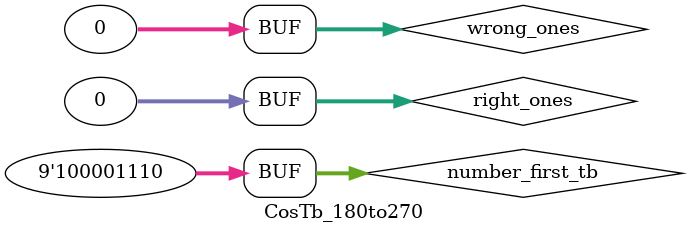
<source format=v>
`timescale 1ns / 1ps

module CosTb_180to270();

    reg [8:0]number_first_tb;
    wire whole_tb;
    wire [6:0]fraction_tb;
    wire sign_tb;
    reg [31:0]right_ones = 0;
    reg [31:0]wrong_ones = 0;
    
    Cos uut(.number_first(number_first_tb), 
            .whole(whole_tb), 
            .fraction(fraction_tb), 
            .sign(sign_tb)
            );
            
    initial begin
        number_first_tb = 180;
        //Exact Result = -1.0
        #5;
        if((whole_tb == 1)&(fraction_tb == 0)&(sign_tb == 1)) begin
            right_ones = right_ones + 1;
        end
        if((whole_tb != 1)|(fraction_tb != 0)|(sign_tb != 1)) begin
            wrong_ones = wrong_ones + 1;
        end
        #5;
        number_first_tb = 181;
        //Exact Result = -0.9998476951563913
        #5;
        if((whole_tb == 0)&(fraction_tb == 99)&(sign_tb == 1)) begin
            right_ones = right_ones + 1;
        end
        if((whole_tb != 0)|(fraction_tb != 99)|(sign_tb != 1)) begin
            wrong_ones = wrong_ones + 1;
        end
        #5;
        number_first_tb = 182;
        //Exact Result = -0.9993908270190958
        #5;
        if((whole_tb == 0)&(fraction_tb == 99)&(sign_tb == 1)) begin
            right_ones = right_ones + 1;
        end
        if((whole_tb != 0)|(fraction_tb != 99)|(sign_tb != 1)) begin
            wrong_ones = wrong_ones + 1;
        end
        #5;
        number_first_tb = 183;
        //Exact Result = -0.9986295347545738
        #5;
        if((whole_tb == 0)&(fraction_tb == 99)&(sign_tb == 1)) begin
            right_ones = right_ones + 1;
        end
        if((whole_tb != 0)|(fraction_tb != 99)|(sign_tb != 1)) begin
            wrong_ones = wrong_ones + 1;
        end
        #5;
        number_first_tb = 184;
        //Exact Result = -0.9975640502598242
        #5;
        if((whole_tb == 0)&(fraction_tb == 99)&(sign_tb == 1)) begin
            right_ones = right_ones + 1;
        end
        if((whole_tb != 0)|(fraction_tb != 99)|(sign_tb != 1)) begin
            wrong_ones = wrong_ones + 1;
        end
        #5;
        number_first_tb = 185;
        //Exact Result = -0.9961946980917455
        #5;
        if((whole_tb == 0)&(fraction_tb == 99)&(sign_tb == 1)) begin
            right_ones = right_ones + 1;
        end
        if((whole_tb != 0)|(fraction_tb != 99)|(sign_tb != 1)) begin
            wrong_ones = wrong_ones + 1;
        end
        #5;
        number_first_tb = 186;
        //Exact Result = -0.9945218953682733
        #5;
        if((whole_tb == 0)&(fraction_tb == 99)&(sign_tb == 1)) begin
            right_ones = right_ones + 1;
        end
        if((whole_tb != 0)|(fraction_tb != 99)|(sign_tb != 1)) begin
            wrong_ones = wrong_ones + 1;
        end
        #5;
        number_first_tb = 187;
        //Exact Result = -0.9925461516413221
        #5;
        if((whole_tb == 0)&(fraction_tb == 99)&(sign_tb == 1)) begin
            right_ones = right_ones + 1;
        end
        if((whole_tb != 0)|(fraction_tb != 99)|(sign_tb != 1)) begin
            wrong_ones = wrong_ones + 1;
        end
        #5;
        number_first_tb = 188;
        //Exact Result = -0.9902680687415703
        #5;
        if((whole_tb == 0)&(fraction_tb == 99)&(sign_tb == 1)) begin
            right_ones = right_ones + 1;
        end
        if((whole_tb != 0)|(fraction_tb != 99)|(sign_tb != 1)) begin
            wrong_ones = wrong_ones + 1;
        end
        #5;
        number_first_tb = 189;
        //Exact Result = -0.9876883405951378
        #5;
        if((whole_tb == 0)&(fraction_tb == 98)&(sign_tb == 1)) begin
            right_ones = right_ones + 1;
        end
        if((whole_tb != 0)|(fraction_tb != 98)|(sign_tb != 1)) begin
            wrong_ones = wrong_ones + 1;
        end
        #5;
        number_first_tb = 190;
        //Exact Result = -0.984807753012208
        #5;
        if((whole_tb == 0)&(fraction_tb == 98)&(sign_tb == 1)) begin
            right_ones = right_ones + 1;
        end
        if((whole_tb != 0)|(fraction_tb != 98)|(sign_tb != 1)) begin
            wrong_ones = wrong_ones + 1;
        end
        #5;
        number_first_tb = 191;
        //Exact Result = -0.981627183447664
        #5;
        if((whole_tb == 0)&(fraction_tb == 98)&(sign_tb == 1)) begin
            right_ones = right_ones + 1;
        end
        if((whole_tb != 0)|(fraction_tb != 98)|(sign_tb != 1)) begin
            wrong_ones = wrong_ones + 1;
        end
        #5;
        number_first_tb = 192;
        //Exact Result = -0.9781476007338056
        #5;
        if((whole_tb == 0)&(fraction_tb == 97)&(sign_tb == 1)) begin
            right_ones = right_ones + 1;
        end
        if((whole_tb != 0)|(fraction_tb != 97)|(sign_tb != 1)) begin
            wrong_ones = wrong_ones + 1;
        end
        #5;
        number_first_tb = 193;
        //Exact Result = -0.9743700647852352
        #5;
        if((whole_tb == 0)&(fraction_tb == 97)&(sign_tb == 1)) begin
            right_ones = right_ones + 1;
        end
        if((whole_tb != 0)|(fraction_tb != 97)|(sign_tb != 1)) begin
            wrong_ones = wrong_ones + 1;
        end
        #5;
        number_first_tb = 194;
        //Exact Result = -0.9702957262759965
        #5;
        if((whole_tb == 0)&(fraction_tb == 97)&(sign_tb == 1)) begin
            right_ones = right_ones + 1;
        end
        if((whole_tb != 0)|(fraction_tb != 97)|(sign_tb != 1)) begin
            wrong_ones = wrong_ones + 1;
        end
        #5;
        number_first_tb = 195;
        //Exact Result = -0.9659258262890683
        #5;
        if((whole_tb == 0)&(fraction_tb == 96)&(sign_tb == 1)) begin
            right_ones = right_ones + 1;
        end
        if((whole_tb != 0)|(fraction_tb != 96)|(sign_tb != 1)) begin
            wrong_ones = wrong_ones + 1;
        end
        #5;
        number_first_tb = 196;
        //Exact Result = -0.9612616959383189
        #5;
        if((whole_tb == 0)&(fraction_tb == 96)&(sign_tb == 1)) begin
            right_ones = right_ones + 1;
        end
        if((whole_tb != 0)|(fraction_tb != 96)|(sign_tb != 1)) begin
            wrong_ones = wrong_ones + 1;
        end
        #5;
        number_first_tb = 197;
        //Exact Result = -0.9563047559630354
        #5;
        if((whole_tb == 0)&(fraction_tb == 95)&(sign_tb == 1)) begin
            right_ones = right_ones + 1;
        end
        if((whole_tb != 0)|(fraction_tb != 95)|(sign_tb != 1)) begin
            wrong_ones = wrong_ones + 1;
        end
        #5;
        number_first_tb = 198;
        //Exact Result = -0.9510565162951536
        #5;
        if((whole_tb == 0)&(fraction_tb == 95)&(sign_tb == 1)) begin
            right_ones = right_ones + 1;
        end
        if((whole_tb != 0)|(fraction_tb != 95)|(sign_tb != 1)) begin
            wrong_ones = wrong_ones + 1;
        end
        #5;
        number_first_tb = 199;
        //Exact Result = -0.9455185755993167
        #5;
        if((whole_tb == 0)&(fraction_tb == 94)&(sign_tb == 1)) begin
            right_ones = right_ones + 1;
        end
        if((whole_tb != 0)|(fraction_tb != 94)|(sign_tb != 1)) begin
            wrong_ones = wrong_ones + 1;
        end
        #5;
        number_first_tb = 200;
        //Exact Result = -0.9396926207859084
        #5;
        if((whole_tb == 0)&(fraction_tb == 93)&(sign_tb == 1)) begin
            right_ones = right_ones + 1;
        end
        if((whole_tb != 0)|(fraction_tb != 93)|(sign_tb != 1)) begin
            wrong_ones = wrong_ones + 1;
        end
        #5;
        number_first_tb = 201;
        //Exact Result = -0.9335804264972017
        #5;
        if((whole_tb == 0)&(fraction_tb == 93)&(sign_tb == 1)) begin
            right_ones = right_ones + 1;
        end
        if((whole_tb != 0)|(fraction_tb != 93)|(sign_tb != 1)) begin
            wrong_ones = wrong_ones + 1;
        end
        #5;
        number_first_tb = 202;
        //Exact Result = -0.9271838545667874
        #5;
        if((whole_tb == 0)&(fraction_tb == 92)&(sign_tb == 1)) begin
            right_ones = right_ones + 1;
        end
        if((whole_tb != 0)|(fraction_tb != 92)|(sign_tb != 1)) begin
            wrong_ones = wrong_ones + 1;
        end
        #5;
        number_first_tb = 203;
        //Exact Result = -0.9205048534524404
        #5;
        if((whole_tb == 0)&(fraction_tb == 92)&(sign_tb == 1)) begin
            right_ones = right_ones + 1;
        end
        if((whole_tb != 0)|(fraction_tb != 92)|(sign_tb != 1)) begin
            wrong_ones = wrong_ones + 1;
        end
        #5;
        number_first_tb = 204;
        //Exact Result = -0.9135454576426009
        #5;
        if((whole_tb == 0)&(fraction_tb == 91)&(sign_tb == 1)) begin
            right_ones = right_ones + 1;
        end
        if((whole_tb != 0)|(fraction_tb != 91)|(sign_tb != 1)) begin
            wrong_ones = wrong_ones + 1;
        end
        #5;
        number_first_tb = 205;
        //Exact Result = -0.90630778703665
        #5;
        if((whole_tb == 0)&(fraction_tb == 90)&(sign_tb == 1)) begin
            right_ones = right_ones + 1;
        end
        if((whole_tb != 0)|(fraction_tb != 90)|(sign_tb != 1)) begin
            wrong_ones = wrong_ones + 1;
        end
        #5;
        number_first_tb = 206;
        //Exact Result = -0.8987940462991669
        #5;
        if((whole_tb == 0)&(fraction_tb == 89)&(sign_tb == 1)) begin
            right_ones = right_ones + 1;
        end
        if((whole_tb != 0)|(fraction_tb != 89)|(sign_tb != 1)) begin
            wrong_ones = wrong_ones + 1;
        end
        #5;
        number_first_tb = 207;
        //Exact Result = -0.8910065241883679
        #5;
        if((whole_tb == 0)&(fraction_tb == 89)&(sign_tb == 1)) begin
            right_ones = right_ones + 1;
        end
        if((whole_tb != 0)|(fraction_tb != 89)|(sign_tb != 1)) begin
            wrong_ones = wrong_ones + 1;
        end
        #5;
        number_first_tb = 208;
        //Exact Result = -0.8829475928589269
        #5;
        if((whole_tb == 0)&(fraction_tb == 88)&(sign_tb == 1)) begin
            right_ones = right_ones + 1;
        end
        if((whole_tb != 0)|(fraction_tb != 88)|(sign_tb != 1)) begin
            wrong_ones = wrong_ones + 1;
        end
        #5;
        number_first_tb = 209;
        //Exact Result = -0.8746197071393959
        #5;
        if((whole_tb == 0)&(fraction_tb == 87)&(sign_tb == 1)) begin
            right_ones = right_ones + 1;
        end
        if((whole_tb != 0)|(fraction_tb != 87)|(sign_tb != 1)) begin
            wrong_ones = wrong_ones + 1;
        end
        #5;
        number_first_tb = 210;
        //Exact Result = -0.8660254037844386
        #5;
        if((whole_tb == 0)&(fraction_tb == 86)&(sign_tb == 1)) begin
            right_ones = right_ones + 1;
        end
        if((whole_tb != 0)|(fraction_tb != 86)|(sign_tb != 1)) begin
            wrong_ones = wrong_ones + 1;
        end
        #5;
        number_first_tb = 211;
        //Exact Result = -0.8571673007021123
        #5;
        if((whole_tb == 0)&(fraction_tb == 85)&(sign_tb == 1)) begin
            right_ones = right_ones + 1;
        end
        if((whole_tb != 0)|(fraction_tb != 85)|(sign_tb != 1)) begin
            wrong_ones = wrong_ones + 1;
        end
        #5;
        number_first_tb = 212;
        //Exact Result = -0.8480480961564261
        #5;
        if((whole_tb == 0)&(fraction_tb == 84)&(sign_tb == 1)) begin
            right_ones = right_ones + 1;
        end
        if((whole_tb != 0)|(fraction_tb != 84)|(sign_tb != 1)) begin
            wrong_ones = wrong_ones + 1;
        end
        #5;
        number_first_tb = 213;
        //Exact Result = -0.838670567945424
        #5;
        if((whole_tb == 0)&(fraction_tb == 83)&(sign_tb == 1)) begin
            right_ones = right_ones + 1;
        end
        if((whole_tb != 0)|(fraction_tb != 83)|(sign_tb != 1)) begin
            wrong_ones = wrong_ones + 1;
        end
        #5;
        number_first_tb = 214;
        //Exact Result = -0.8290375725550417
        #5;
        if((whole_tb == 0)&(fraction_tb == 82)&(sign_tb == 1)) begin
            right_ones = right_ones + 1;
        end
        if((whole_tb != 0)|(fraction_tb != 82)|(sign_tb != 1)) begin
            wrong_ones = wrong_ones + 1;
        end
        #5;
        number_first_tb = 215;
        //Exact Result = -0.8191520442889918
        #5;
        if((whole_tb == 0)&(fraction_tb == 81)&(sign_tb == 1)) begin
            right_ones = right_ones + 1;
        end
        if((whole_tb != 0)|(fraction_tb != 81)|(sign_tb != 1)) begin
            wrong_ones = wrong_ones + 1;
        end
        #5;
        number_first_tb = 216;
        //Exact Result = -0.8090169943749475
        #5;
        if((whole_tb == 0)&(fraction_tb == 80)&(sign_tb == 1)) begin
            right_ones = right_ones + 1;
        end
        if((whole_tb != 0)|(fraction_tb != 80)|(sign_tb != 1)) begin
            wrong_ones = wrong_ones + 1;
        end
        #5;
        number_first_tb = 217;
        //Exact Result = -0.7986355100472928
        #5;
        if((whole_tb == 0)&(fraction_tb == 79)&(sign_tb == 1)) begin
            right_ones = right_ones + 1;
        end
        if((whole_tb != 0)|(fraction_tb != 79)|(sign_tb != 1)) begin
            wrong_ones = wrong_ones + 1;
        end
        #5;
        number_first_tb = 218;
        //Exact Result = -0.788010753606722
        #5;
        if((whole_tb == 0)&(fraction_tb == 78)&(sign_tb == 1)) begin
            right_ones = right_ones + 1;
        end
        if((whole_tb != 0)|(fraction_tb != 78)|(sign_tb != 1)) begin
            wrong_ones = wrong_ones + 1;
        end
        #5;
        number_first_tb = 219;
        //Exact Result = -0.7771459614569708
        #5;
        if((whole_tb == 0)&(fraction_tb == 77)&(sign_tb == 1)) begin
            right_ones = right_ones + 1;
        end
        if((whole_tb != 0)|(fraction_tb != 77)|(sign_tb != 1)) begin
            wrong_ones = wrong_ones + 1;
        end
        #5;
        number_first_tb = 220;
        //Exact Result = -0.766044443118978
        #5;
        if((whole_tb == 0)&(fraction_tb == 76)&(sign_tb == 1)) begin
            right_ones = right_ones + 1;
        end
        if((whole_tb != 0)|(fraction_tb != 76)|(sign_tb != 1)) begin
            wrong_ones = wrong_ones + 1;
        end
        #5;
        number_first_tb = 221;
        //Exact Result = -0.7547095802227721
        #5;
        if((whole_tb == 0)&(fraction_tb == 75)&(sign_tb == 1)) begin
            right_ones = right_ones + 1;
        end
        if((whole_tb != 0)|(fraction_tb != 75)|(sign_tb != 1)) begin
            wrong_ones = wrong_ones + 1;
        end
        #5;
        number_first_tb = 222;
        //Exact Result = -0.7431448254773942
        #5;
        if((whole_tb == 0)&(fraction_tb == 74)&(sign_tb == 1)) begin
            right_ones = right_ones + 1;
        end
        if((whole_tb != 0)|(fraction_tb != 74)|(sign_tb != 1)) begin
            wrong_ones = wrong_ones + 1;
        end
        #5;
        number_first_tb = 223;
        //Exact Result = -0.7313537016191706
        #5;
        if((whole_tb == 0)&(fraction_tb == 73)&(sign_tb == 1)) begin
            right_ones = right_ones + 1;
        end
        if((whole_tb != 0)|(fraction_tb != 73)|(sign_tb != 1)) begin
            wrong_ones = wrong_ones + 1;
        end
        #5;
        number_first_tb = 224;
        //Exact Result = -0.7193398003386511
        #5;
        if((whole_tb == 0)&(fraction_tb == 71)&(sign_tb == 1)) begin
            right_ones = right_ones + 1;
        end
        if((whole_tb != 0)|(fraction_tb != 71)|(sign_tb != 1)) begin
            wrong_ones = wrong_ones + 1;
        end
        #5;
        number_first_tb = 225;
        //Exact Result = -0.7071067811865477
        #5;
        if((whole_tb == 0)&(fraction_tb == 70)&(sign_tb == 1)) begin
            right_ones = right_ones + 1;
        end
        if((whole_tb != 0)|(fraction_tb != 70)|(sign_tb != 1)) begin
            wrong_ones = wrong_ones + 1;
        end
        #5;
        number_first_tb = 226;
        //Exact Result = -0.6946583704589973
        #5;
        if((whole_tb == 0)&(fraction_tb == 69)&(sign_tb == 1)) begin
            right_ones = right_ones + 1;
        end
        if((whole_tb != 0)|(fraction_tb != 69)|(sign_tb != 1)) begin
            wrong_ones = wrong_ones + 1;
        end
        #5;
        number_first_tb = 227;
        //Exact Result = -0.6819983600624986
        #5;
        if((whole_tb == 0)&(fraction_tb == 68)&(sign_tb == 1)) begin
            right_ones = right_ones + 1;
        end
        if((whole_tb != 0)|(fraction_tb != 68)|(sign_tb != 1)) begin
            wrong_ones = wrong_ones + 1;
        end
        #5;
        number_first_tb = 228;
        //Exact Result = -0.6691306063588581
        #5;
        if((whole_tb == 0)&(fraction_tb == 66)&(sign_tb == 1)) begin
            right_ones = right_ones + 1;
        end
        if((whole_tb != 0)|(fraction_tb != 66)|(sign_tb != 1)) begin
            wrong_ones = wrong_ones + 1;
        end
        #5;
        number_first_tb = 229;
        //Exact Result = -0.6560590289905073
        #5;
        if((whole_tb == 0)&(fraction_tb == 65)&(sign_tb == 1)) begin
            right_ones = right_ones + 1;
        end
        if((whole_tb != 0)|(fraction_tb != 65)|(sign_tb != 1)) begin
            wrong_ones = wrong_ones + 1;
        end
        #5;
        number_first_tb = 230;
        //Exact Result = -0.6427876096865395
        #5;
        if((whole_tb == 0)&(fraction_tb == 64)&(sign_tb == 1)) begin
            right_ones = right_ones + 1;
        end
        if((whole_tb != 0)|(fraction_tb != 64)|(sign_tb != 1)) begin
            wrong_ones = wrong_ones + 1;
        end
        #5;
        number_first_tb = 231;
        //Exact Result = -0.6293203910498378
        #5;
        if((whole_tb == 0)&(fraction_tb == 62)&(sign_tb == 1)) begin
            right_ones = right_ones + 1;
        end
        if((whole_tb != 0)|(fraction_tb != 62)|(sign_tb != 1)) begin
            wrong_ones = wrong_ones + 1;
        end
        #5;
        number_first_tb = 232;
        //Exact Result = -0.6156614753256581
        #5;
        if((whole_tb == 0)&(fraction_tb == 61)&(sign_tb == 1)) begin
            right_ones = right_ones + 1;
        end
        if((whole_tb != 0)|(fraction_tb != 61)|(sign_tb != 1)) begin
            wrong_ones = wrong_ones + 1;
        end
        #5;
        number_first_tb = 233;
        //Exact Result = -0.6018150231520483
        #5;
        if((whole_tb == 0)&(fraction_tb == 60)&(sign_tb == 1)) begin
            right_ones = right_ones + 1;
        end
        if((whole_tb != 0)|(fraction_tb != 60)|(sign_tb != 1)) begin
            wrong_ones = wrong_ones + 1;
        end
        #5;
        number_first_tb = 234;
        //Exact Result = -0.5877852522924732
        #5;
        if((whole_tb == 0)&(fraction_tb == 58)&(sign_tb == 1)) begin
            right_ones = right_ones + 1;
        end
        if((whole_tb != 0)|(fraction_tb != 58)|(sign_tb != 1)) begin
            wrong_ones = wrong_ones + 1;
        end
        #5;
        number_first_tb = 235;
        //Exact Result = -0.5735764363510464
        #5;
        if((whole_tb == 0)&(fraction_tb == 57)&(sign_tb == 1)) begin
            right_ones = right_ones + 1;
        end
        if((whole_tb != 0)|(fraction_tb != 57)|(sign_tb != 1)) begin
            wrong_ones = wrong_ones + 1;
        end
        #5;
        number_first_tb = 236;
        //Exact Result = -0.5591929034707466
        #5;
        if((whole_tb == 0)&(fraction_tb == 55)&(sign_tb == 1)) begin
            right_ones = right_ones + 1;
        end
        if((whole_tb != 0)|(fraction_tb != 55)|(sign_tb != 1)) begin
            wrong_ones = wrong_ones + 1;
        end
        #5;
        number_first_tb = 237;
        //Exact Result = -0.544639035015027
        #5;
        if((whole_tb == 0)&(fraction_tb == 54)&(sign_tb == 1)) begin
            right_ones = right_ones + 1;
        end
        if((whole_tb != 0)|(fraction_tb != 54)|(sign_tb != 1)) begin
            wrong_ones = wrong_ones + 1;
        end
        #5;
        number_first_tb = 238;
        //Exact Result = -0.529919264233205
        #5;
        if((whole_tb == 0)&(fraction_tb == 52)&(sign_tb == 1)) begin
            right_ones = right_ones + 1;
        end
        if((whole_tb != 0)|(fraction_tb != 52)|(sign_tb != 1)) begin
            wrong_ones = wrong_ones + 1;
        end
        #5;
        number_first_tb = 239;
        //Exact Result = -0.5150380749100544
        #5;
        if((whole_tb == 0)&(fraction_tb == 51)&(sign_tb == 1)) begin
            right_ones = right_ones + 1;
        end
        if((whole_tb != 0)|(fraction_tb != 51)|(sign_tb != 1)) begin
            wrong_ones = wrong_ones + 1;
        end
        #5;
        number_first_tb = 240;
        //Exact Result = -0.5000000000000004
        #5;
        if((whole_tb == 0)&(fraction_tb == 50)&(sign_tb == 1)) begin
            right_ones = right_ones + 1;
        end
        if((whole_tb != 0)|(fraction_tb != 50)|(sign_tb != 1)) begin
            wrong_ones = wrong_ones + 1;
        end
        #5;
        number_first_tb = 241;
        //Exact Result = -0.48480962024633684
        #5;
        if((whole_tb == 0)&(fraction_tb == 48)&(sign_tb == 1)) begin
            right_ones = right_ones + 1;
        end
        if((whole_tb != 0)|(fraction_tb != 48)|(sign_tb != 1)) begin
            wrong_ones = wrong_ones + 1;
        end
        #5;
        number_first_tb = 242;
        //Exact Result = -0.46947156278589075
        #5;
        if((whole_tb == 0)&(fraction_tb == 46)&(sign_tb == 1)) begin
            right_ones = right_ones + 1;
        end
        if((whole_tb != 0)|(fraction_tb != 46)|(sign_tb != 1)) begin
            wrong_ones = wrong_ones + 1;
        end
        #5;
        number_first_tb = 243;
        //Exact Result = -0.4539904997395469
        #5;
        if((whole_tb == 0)&(fraction_tb == 45)&(sign_tb == 1)) begin
            right_ones = right_ones + 1;
        end
        if((whole_tb != 0)|(fraction_tb != 45)|(sign_tb != 1)) begin
            wrong_ones = wrong_ones + 1;
        end
        #5;
        number_first_tb = 244;
        //Exact Result = -0.43837114678907774
        #5;
        if((whole_tb == 0)&(fraction_tb == 43)&(sign_tb == 1)) begin
            right_ones = right_ones + 1;
        end
        if((whole_tb != 0)|(fraction_tb != 43)|(sign_tb != 1)) begin
            wrong_ones = wrong_ones + 1;
        end
        #5;
        number_first_tb = 245;
        //Exact Result = -0.42261826174069916
        #5;
        if((whole_tb == 0)&(fraction_tb == 42)&(sign_tb == 1)) begin
            right_ones = right_ones + 1;
        end
        if((whole_tb != 0)|(fraction_tb != 42)|(sign_tb != 1)) begin
            wrong_ones = wrong_ones + 1;
        end
        #5;
        number_first_tb = 246;
        //Exact Result = -0.4067366430758001
        #5;
        if((whole_tb == 0)&(fraction_tb == 40)&(sign_tb == 1)) begin
            right_ones = right_ones + 1;
        end
        if((whole_tb != 0)|(fraction_tb != 40)|(sign_tb != 1)) begin
            wrong_ones = wrong_ones + 1;
        end
        #5;
        number_first_tb = 247;
        //Exact Result = -0.3907311284892738
        #5;
        if((whole_tb == 0)&(fraction_tb == 39)&(sign_tb == 1)) begin
            right_ones = right_ones + 1;
        end
        if((whole_tb != 0)|(fraction_tb != 39)|(sign_tb != 1)) begin
            wrong_ones = wrong_ones + 1;
        end
        #5;
        number_first_tb = 248;
        //Exact Result = -0.3746065934159123
        #5;
        if((whole_tb == 0)&(fraction_tb == 37)&(sign_tb == 1)) begin
            right_ones = right_ones + 1;
        end
        if((whole_tb != 0)|(fraction_tb != 37)|(sign_tb != 1)) begin
            wrong_ones = wrong_ones + 1;
        end
        #5;
        number_first_tb = 249;
        //Exact Result = -0.3583679495453007
        #5;
        if((whole_tb == 0)&(fraction_tb == 35)&(sign_tb == 1)) begin
            right_ones = right_ones + 1;
        end
        if((whole_tb != 0)|(fraction_tb != 35)|(sign_tb != 1)) begin
            wrong_ones = wrong_ones + 1;
        end
        #5;
        number_first_tb = 250;
        //Exact Result = -0.34202014332566855
        #5;
        if((whole_tb == 0)&(fraction_tb == 34)&(sign_tb == 1)) begin
            right_ones = right_ones + 1;
        end
        if((whole_tb != 0)|(fraction_tb != 34)|(sign_tb != 1)) begin
            wrong_ones = wrong_ones + 1;
        end
        #5;
        number_first_tb = 251;
        //Exact Result = -0.32556815445715664
        #5;
        if((whole_tb == 0)&(fraction_tb == 32)&(sign_tb == 1)) begin
            right_ones = right_ones + 1;
        end
        if((whole_tb != 0)|(fraction_tb != 32)|(sign_tb != 1)) begin
            wrong_ones = wrong_ones + 1;
        end
        #5;
        number_first_tb = 252;
        //Exact Result = -0.30901699437494756
        #5;
        if((whole_tb == 0)&(fraction_tb == 30)&(sign_tb == 1)) begin
            right_ones = right_ones + 1;
        end
        if((whole_tb != 0)|(fraction_tb != 30)|(sign_tb != 1)) begin
            wrong_ones = wrong_ones + 1;
        end
        #5;
        number_first_tb = 253;
        //Exact Result = -0.2923717047227371
        #5;
        if((whole_tb == 0)&(fraction_tb == 29)&(sign_tb == 1)) begin
            right_ones = right_ones + 1;
        end
        if((whole_tb != 0)|(fraction_tb != 29)|(sign_tb != 1)) begin
            wrong_ones = wrong_ones + 1;
        end
        #5;
        number_first_tb = 254;
        //Exact Result = -0.2756373558169989
        #5;
        if((whole_tb == 0)&(fraction_tb == 27)&(sign_tb == 1)) begin
            right_ones = right_ones + 1;
        end
        if((whole_tb != 0)|(fraction_tb != 27)|(sign_tb != 1)) begin
            wrong_ones = wrong_ones + 1;
        end
        #5;
        number_first_tb = 255;
        //Exact Result = -0.25881904510252063
        #5;
        if((whole_tb == 0)&(fraction_tb == 25)&(sign_tb == 1)) begin
            right_ones = right_ones + 1;
        end
        if((whole_tb != 0)|(fraction_tb != 25)|(sign_tb != 1)) begin
            wrong_ones = wrong_ones + 1;
        end
        #5;
        number_first_tb = 256;
        //Exact Result = -0.24192189559966779
        #5;
        if((whole_tb == 0)&(fraction_tb == 24)&(sign_tb == 1)) begin
            right_ones = right_ones + 1;
        end
        if((whole_tb != 0)|(fraction_tb != 24)|(sign_tb != 1)) begin
            wrong_ones = wrong_ones + 1;
        end
        #5;
        number_first_tb = 257;
        //Exact Result = -0.22495105434386525
        #5;
        if((whole_tb == 0)&(fraction_tb == 22)&(sign_tb == 1)) begin
            right_ones = right_ones + 1;
        end
        if((whole_tb != 0)|(fraction_tb != 22)|(sign_tb != 1)) begin
            wrong_ones = wrong_ones + 1;
        end
        #5;
        number_first_tb = 258;
        //Exact Result = -0.2079116908177598
        #5;
        if((whole_tb == 0)&(fraction_tb == 20)&(sign_tb == 1)) begin
            right_ones = right_ones + 1;
        end
        if((whole_tb != 0)|(fraction_tb != 20)|(sign_tb != 1)) begin
            wrong_ones = wrong_ones + 1;
        end
        #5;
        number_first_tb = 259;
        //Exact Result = -0.1908089953765446
        #5;
        if((whole_tb == 0)&(fraction_tb == 19)&(sign_tb == 1)) begin
            right_ones = right_ones + 1;
        end
        if((whole_tb != 0)|(fraction_tb != 19)|(sign_tb != 1)) begin
            wrong_ones = wrong_ones + 1;
        end
        #5;
        number_first_tb = 260;
        //Exact Result = -0.17364817766693033
        #5;
        if((whole_tb == 0)&(fraction_tb == 17)&(sign_tb == 1)) begin
            right_ones = right_ones + 1;
        end
        if((whole_tb != 0)|(fraction_tb != 17)|(sign_tb != 1)) begin
            wrong_ones = wrong_ones + 1;
        end
        #5;
        number_first_tb = 261;
        //Exact Result = -0.15643446504023104
        #5;
        if((whole_tb == 0)&(fraction_tb == 15)&(sign_tb == 1)) begin
            right_ones = right_ones + 1;
        end
        if((whole_tb != 0)|(fraction_tb != 15)|(sign_tb != 1)) begin
            wrong_ones = wrong_ones + 1;
        end
        #5;
        number_first_tb = 262;
        //Exact Result = -0.13917310096006583
        #5;
        if((whole_tb == 0)&(fraction_tb == 13)&(sign_tb == 1)) begin
            right_ones = right_ones + 1;
        end
        if((whole_tb != 0)|(fraction_tb != 13)|(sign_tb != 1)) begin
            wrong_ones = wrong_ones + 1;
        end
        #5;
        number_first_tb = 263;
        //Exact Result = -0.12186934340514717
        #5;
        if((whole_tb == 0)&(fraction_tb == 12)&(sign_tb == 1)) begin
            right_ones = right_ones + 1;
        end
        if((whole_tb != 0)|(fraction_tb != 12)|(sign_tb != 1)) begin
            wrong_ones = wrong_ones + 1;
        end
        #5;
        number_first_tb = 264;
        //Exact Result = -0.10452846326765336
        #5;
        if((whole_tb == 0)&(fraction_tb == 10)&(sign_tb == 1)) begin
            right_ones = right_ones + 1;
        end
        if((whole_tb != 0)|(fraction_tb != 10)|(sign_tb != 1)) begin
            wrong_ones = wrong_ones + 1;
        end
        #5;
        number_first_tb = 265;
        //Exact Result = -0.08715574274765825
        #5;
        if((whole_tb == 0)&(fraction_tb == 8)&(sign_tb == 1)) begin
            right_ones = right_ones + 1;
        end
        if((whole_tb != 0)|(fraction_tb != 8)|(sign_tb != 1)) begin
            wrong_ones = wrong_ones + 1;
        end
        #5;
        number_first_tb = 266;
        //Exact Result = -0.06975647374412558
        #5;
        if((whole_tb == 0)&(fraction_tb == 6)&(sign_tb == 1)) begin
            right_ones = right_ones + 1;
        end
        if((whole_tb != 0)|(fraction_tb != 6)|(sign_tb != 1)) begin
            wrong_ones = wrong_ones + 1;
        end
        #5;
        number_first_tb = 267;
        //Exact Result = -0.052335956242944306
        #5;
        if((whole_tb == 0)&(fraction_tb == 5)&(sign_tb == 1)) begin
            right_ones = right_ones + 1;
        end
        if((whole_tb != 0)|(fraction_tb != 5)|(sign_tb != 1)) begin
            wrong_ones = wrong_ones + 1;
        end
        #5;
        number_first_tb = 268;
        //Exact Result = -0.03489949670250076
        #5;
        if((whole_tb == 0)&(fraction_tb == 3)&(sign_tb == 1)) begin
            right_ones = right_ones + 1;
        end
        if((whole_tb != 0)|(fraction_tb != 3)|(sign_tb != 1)) begin
            wrong_ones = wrong_ones + 1;
        end
        #5;
        number_first_tb = 269;
        //Exact Result = -0.017452406437283498
        #5;
        if((whole_tb == 0)&(fraction_tb == 1)&(sign_tb == 1)) begin
            right_ones = right_ones + 1;
        end
        if((whole_tb != 0)|(fraction_tb != 1)|(sign_tb != 1)) begin
            wrong_ones = wrong_ones + 1;
        end
        #5;
        number_first_tb = 270;
        //Exact Result = 0.0
        #5;
        if((whole_tb == 0)&(fraction_tb == 0)&(sign_tb == 0)) begin
            right_ones = right_ones + 1;
        end
        if((whole_tb != 0)|(fraction_tb != 0)|(sign_tb != 0)) begin
            wrong_ones = wrong_ones + 1;
        end
        #5;
      
    end
endmodule     
</source>
